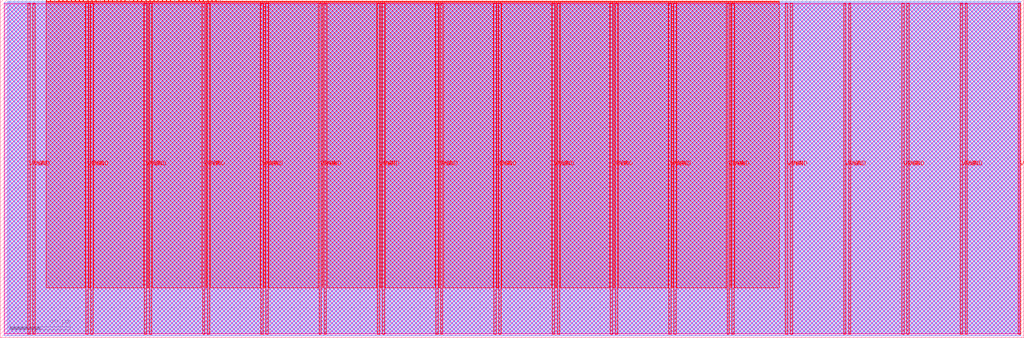
<source format=lef>
VERSION 5.7 ;
  NOWIREEXTENSIONATPIN ON ;
  DIVIDERCHAR "/" ;
  BUSBITCHARS "[]" ;
MACRO tt_um_gregac_tiny_nn
  CLASS BLOCK ;
  FOREIGN tt_um_gregac_tiny_nn ;
  ORIGIN 0.000 0.000 ;
  SIZE 682.640 BY 225.760 ;
  PIN VGND
    DIRECTION INOUT ;
    USE GROUND ;
    PORT
      LAYER met4 ;
        RECT 21.580 2.480 23.180 223.280 ;
    END
    PORT
      LAYER met4 ;
        RECT 60.450 2.480 62.050 223.280 ;
    END
    PORT
      LAYER met4 ;
        RECT 99.320 2.480 100.920 223.280 ;
    END
    PORT
      LAYER met4 ;
        RECT 138.190 2.480 139.790 223.280 ;
    END
    PORT
      LAYER met4 ;
        RECT 177.060 2.480 178.660 223.280 ;
    END
    PORT
      LAYER met4 ;
        RECT 215.930 2.480 217.530 223.280 ;
    END
    PORT
      LAYER met4 ;
        RECT 254.800 2.480 256.400 223.280 ;
    END
    PORT
      LAYER met4 ;
        RECT 293.670 2.480 295.270 223.280 ;
    END
    PORT
      LAYER met4 ;
        RECT 332.540 2.480 334.140 223.280 ;
    END
    PORT
      LAYER met4 ;
        RECT 371.410 2.480 373.010 223.280 ;
    END
    PORT
      LAYER met4 ;
        RECT 410.280 2.480 411.880 223.280 ;
    END
    PORT
      LAYER met4 ;
        RECT 449.150 2.480 450.750 223.280 ;
    END
    PORT
      LAYER met4 ;
        RECT 488.020 2.480 489.620 223.280 ;
    END
    PORT
      LAYER met4 ;
        RECT 526.890 2.480 528.490 223.280 ;
    END
    PORT
      LAYER met4 ;
        RECT 565.760 2.480 567.360 223.280 ;
    END
    PORT
      LAYER met4 ;
        RECT 604.630 2.480 606.230 223.280 ;
    END
    PORT
      LAYER met4 ;
        RECT 643.500 2.480 645.100 223.280 ;
    END
  END VGND
  PIN VPWR
    DIRECTION INOUT ;
    USE POWER ;
    PORT
      LAYER met4 ;
        RECT 18.280 2.480 19.880 223.280 ;
    END
    PORT
      LAYER met4 ;
        RECT 57.150 2.480 58.750 223.280 ;
    END
    PORT
      LAYER met4 ;
        RECT 96.020 2.480 97.620 223.280 ;
    END
    PORT
      LAYER met4 ;
        RECT 134.890 2.480 136.490 223.280 ;
    END
    PORT
      LAYER met4 ;
        RECT 173.760 2.480 175.360 223.280 ;
    END
    PORT
      LAYER met4 ;
        RECT 212.630 2.480 214.230 223.280 ;
    END
    PORT
      LAYER met4 ;
        RECT 251.500 2.480 253.100 223.280 ;
    END
    PORT
      LAYER met4 ;
        RECT 290.370 2.480 291.970 223.280 ;
    END
    PORT
      LAYER met4 ;
        RECT 329.240 2.480 330.840 223.280 ;
    END
    PORT
      LAYER met4 ;
        RECT 368.110 2.480 369.710 223.280 ;
    END
    PORT
      LAYER met4 ;
        RECT 406.980 2.480 408.580 223.280 ;
    END
    PORT
      LAYER met4 ;
        RECT 445.850 2.480 447.450 223.280 ;
    END
    PORT
      LAYER met4 ;
        RECT 484.720 2.480 486.320 223.280 ;
    END
    PORT
      LAYER met4 ;
        RECT 523.590 2.480 525.190 223.280 ;
    END
    PORT
      LAYER met4 ;
        RECT 562.460 2.480 564.060 223.280 ;
    END
    PORT
      LAYER met4 ;
        RECT 601.330 2.480 602.930 223.280 ;
    END
    PORT
      LAYER met4 ;
        RECT 640.200 2.480 641.800 223.280 ;
    END
    PORT
      LAYER met4 ;
        RECT 679.070 2.480 680.670 223.280 ;
    END
  END VPWR
  PIN clk
    DIRECTION INPUT ;
    USE SIGNAL ;
    ANTENNAGATEAREA 0.852000 ;
    PORT
      LAYER met4 ;
        RECT 143.830 224.760 144.130 225.760 ;
    END
  END clk
  PIN ena
    DIRECTION INPUT ;
    USE SIGNAL ;
    PORT
      LAYER met4 ;
        RECT 146.590 224.760 146.890 225.760 ;
    END
  END ena
  PIN rst_n
    DIRECTION INPUT ;
    USE SIGNAL ;
    ANTENNAGATEAREA 0.159000 ;
    PORT
      LAYER met4 ;
        RECT 141.070 224.760 141.370 225.760 ;
    END
  END rst_n
  PIN ui_in[0]
    DIRECTION INPUT ;
    USE SIGNAL ;
    ANTENNAGATEAREA 0.213000 ;
    PORT
      LAYER met4 ;
        RECT 138.310 224.760 138.610 225.760 ;
    END
  END ui_in[0]
  PIN ui_in[1]
    DIRECTION INPUT ;
    USE SIGNAL ;
    ANTENNAGATEAREA 0.213000 ;
    PORT
      LAYER met4 ;
        RECT 135.550 224.760 135.850 225.760 ;
    END
  END ui_in[1]
  PIN ui_in[2]
    DIRECTION INPUT ;
    USE SIGNAL ;
    ANTENNAGATEAREA 0.213000 ;
    PORT
      LAYER met4 ;
        RECT 132.790 224.760 133.090 225.760 ;
    END
  END ui_in[2]
  PIN ui_in[3]
    DIRECTION INPUT ;
    USE SIGNAL ;
    ANTENNAGATEAREA 0.247500 ;
    PORT
      LAYER met4 ;
        RECT 130.030 224.760 130.330 225.760 ;
    END
  END ui_in[3]
  PIN ui_in[4]
    DIRECTION INPUT ;
    USE SIGNAL ;
    ANTENNAGATEAREA 0.196500 ;
    PORT
      LAYER met4 ;
        RECT 127.270 224.760 127.570 225.760 ;
    END
  END ui_in[4]
  PIN ui_in[5]
    DIRECTION INPUT ;
    USE SIGNAL ;
    ANTENNAGATEAREA 0.213000 ;
    PORT
      LAYER met4 ;
        RECT 124.510 224.760 124.810 225.760 ;
    END
  END ui_in[5]
  PIN ui_in[6]
    DIRECTION INPUT ;
    USE SIGNAL ;
    ANTENNAGATEAREA 0.213000 ;
    PORT
      LAYER met4 ;
        RECT 121.750 224.760 122.050 225.760 ;
    END
  END ui_in[6]
  PIN ui_in[7]
    DIRECTION INPUT ;
    USE SIGNAL ;
    ANTENNAGATEAREA 0.213000 ;
    PORT
      LAYER met4 ;
        RECT 118.990 224.760 119.290 225.760 ;
    END
  END ui_in[7]
  PIN uio_in[0]
    DIRECTION INPUT ;
    USE SIGNAL ;
    ANTENNAGATEAREA 0.196500 ;
    PORT
      LAYER met4 ;
        RECT 116.230 224.760 116.530 225.760 ;
    END
  END uio_in[0]
  PIN uio_in[1]
    DIRECTION INPUT ;
    USE SIGNAL ;
    ANTENNAGATEAREA 0.196500 ;
    PORT
      LAYER met4 ;
        RECT 113.470 224.760 113.770 225.760 ;
    END
  END uio_in[1]
  PIN uio_in[2]
    DIRECTION INPUT ;
    USE SIGNAL ;
    ANTENNAGATEAREA 0.196500 ;
    PORT
      LAYER met4 ;
        RECT 110.710 224.760 111.010 225.760 ;
    END
  END uio_in[2]
  PIN uio_in[3]
    DIRECTION INPUT ;
    USE SIGNAL ;
    ANTENNAGATEAREA 0.159000 ;
    PORT
      LAYER met4 ;
        RECT 107.950 224.760 108.250 225.760 ;
    END
  END uio_in[3]
  PIN uio_in[4]
    DIRECTION INPUT ;
    USE SIGNAL ;
    ANTENNAGATEAREA 0.196500 ;
    PORT
      LAYER met4 ;
        RECT 105.190 224.760 105.490 225.760 ;
    END
  END uio_in[4]
  PIN uio_in[5]
    DIRECTION INPUT ;
    USE SIGNAL ;
    ANTENNAGATEAREA 0.213000 ;
    PORT
      LAYER met4 ;
        RECT 102.430 224.760 102.730 225.760 ;
    END
  END uio_in[5]
  PIN uio_in[6]
    DIRECTION INPUT ;
    USE SIGNAL ;
    ANTENNAGATEAREA 0.159000 ;
    PORT
      LAYER met4 ;
        RECT 99.670 224.760 99.970 225.760 ;
    END
  END uio_in[6]
  PIN uio_in[7]
    DIRECTION INPUT ;
    USE SIGNAL ;
    ANTENNAGATEAREA 0.159000 ;
    PORT
      LAYER met4 ;
        RECT 96.910 224.760 97.210 225.760 ;
    END
  END uio_in[7]
  PIN uio_oe[0]
    DIRECTION OUTPUT ;
    USE SIGNAL ;
    PORT
      LAYER met4 ;
        RECT 49.990 224.760 50.290 225.760 ;
    END
  END uio_oe[0]
  PIN uio_oe[1]
    DIRECTION OUTPUT ;
    USE SIGNAL ;
    PORT
      LAYER met4 ;
        RECT 47.230 224.760 47.530 225.760 ;
    END
  END uio_oe[1]
  PIN uio_oe[2]
    DIRECTION OUTPUT ;
    USE SIGNAL ;
    PORT
      LAYER met4 ;
        RECT 44.470 224.760 44.770 225.760 ;
    END
  END uio_oe[2]
  PIN uio_oe[3]
    DIRECTION OUTPUT ;
    USE SIGNAL ;
    PORT
      LAYER met4 ;
        RECT 41.710 224.760 42.010 225.760 ;
    END
  END uio_oe[3]
  PIN uio_oe[4]
    DIRECTION OUTPUT ;
    USE SIGNAL ;
    PORT
      LAYER met4 ;
        RECT 38.950 224.760 39.250 225.760 ;
    END
  END uio_oe[4]
  PIN uio_oe[5]
    DIRECTION OUTPUT ;
    USE SIGNAL ;
    PORT
      LAYER met4 ;
        RECT 36.190 224.760 36.490 225.760 ;
    END
  END uio_oe[5]
  PIN uio_oe[6]
    DIRECTION OUTPUT ;
    USE SIGNAL ;
    PORT
      LAYER met4 ;
        RECT 33.430 224.760 33.730 225.760 ;
    END
  END uio_oe[6]
  PIN uio_oe[7]
    DIRECTION OUTPUT ;
    USE SIGNAL ;
    PORT
      LAYER met4 ;
        RECT 30.670 224.760 30.970 225.760 ;
    END
  END uio_oe[7]
  PIN uio_out[0]
    DIRECTION OUTPUT ;
    USE SIGNAL ;
    PORT
      LAYER met4 ;
        RECT 72.070 224.760 72.370 225.760 ;
    END
  END uio_out[0]
  PIN uio_out[1]
    DIRECTION OUTPUT ;
    USE SIGNAL ;
    PORT
      LAYER met4 ;
        RECT 69.310 224.760 69.610 225.760 ;
    END
  END uio_out[1]
  PIN uio_out[2]
    DIRECTION OUTPUT ;
    USE SIGNAL ;
    PORT
      LAYER met4 ;
        RECT 66.550 224.760 66.850 225.760 ;
    END
  END uio_out[2]
  PIN uio_out[3]
    DIRECTION OUTPUT ;
    USE SIGNAL ;
    PORT
      LAYER met4 ;
        RECT 63.790 224.760 64.090 225.760 ;
    END
  END uio_out[3]
  PIN uio_out[4]
    DIRECTION OUTPUT ;
    USE SIGNAL ;
    PORT
      LAYER met4 ;
        RECT 61.030 224.760 61.330 225.760 ;
    END
  END uio_out[4]
  PIN uio_out[5]
    DIRECTION OUTPUT ;
    USE SIGNAL ;
    PORT
      LAYER met4 ;
        RECT 58.270 224.760 58.570 225.760 ;
    END
  END uio_out[5]
  PIN uio_out[6]
    DIRECTION OUTPUT ;
    USE SIGNAL ;
    PORT
      LAYER met4 ;
        RECT 55.510 224.760 55.810 225.760 ;
    END
  END uio_out[6]
  PIN uio_out[7]
    DIRECTION OUTPUT ;
    USE SIGNAL ;
    PORT
      LAYER met4 ;
        RECT 52.750 224.760 53.050 225.760 ;
    END
  END uio_out[7]
  PIN uo_out[0]
    DIRECTION OUTPUT ;
    USE SIGNAL ;
    ANTENNADIFFAREA 0.891000 ;
    PORT
      LAYER met4 ;
        RECT 94.150 224.760 94.450 225.760 ;
    END
  END uo_out[0]
  PIN uo_out[1]
    DIRECTION OUTPUT ;
    USE SIGNAL ;
    ANTENNADIFFAREA 0.891000 ;
    PORT
      LAYER met4 ;
        RECT 91.390 224.760 91.690 225.760 ;
    END
  END uo_out[1]
  PIN uo_out[2]
    DIRECTION OUTPUT ;
    USE SIGNAL ;
    ANTENNADIFFAREA 0.891000 ;
    PORT
      LAYER met4 ;
        RECT 88.630 224.760 88.930 225.760 ;
    END
  END uo_out[2]
  PIN uo_out[3]
    DIRECTION OUTPUT ;
    USE SIGNAL ;
    ANTENNADIFFAREA 0.891000 ;
    PORT
      LAYER met4 ;
        RECT 85.870 224.760 86.170 225.760 ;
    END
  END uo_out[3]
  PIN uo_out[4]
    DIRECTION OUTPUT ;
    USE SIGNAL ;
    ANTENNADIFFAREA 0.891000 ;
    PORT
      LAYER met4 ;
        RECT 83.110 224.760 83.410 225.760 ;
    END
  END uo_out[4]
  PIN uo_out[5]
    DIRECTION OUTPUT ;
    USE SIGNAL ;
    ANTENNADIFFAREA 0.924000 ;
    PORT
      LAYER met4 ;
        RECT 80.350 224.760 80.650 225.760 ;
    END
  END uo_out[5]
  PIN uo_out[6]
    DIRECTION OUTPUT ;
    USE SIGNAL ;
    ANTENNADIFFAREA 0.891000 ;
    PORT
      LAYER met4 ;
        RECT 77.590 224.760 77.890 225.760 ;
    END
  END uo_out[6]
  PIN uo_out[7]
    DIRECTION OUTPUT ;
    USE SIGNAL ;
    ANTENNADIFFAREA 0.924000 ;
    PORT
      LAYER met4 ;
        RECT 74.830 224.760 75.130 225.760 ;
    END
  END uo_out[7]
  OBS
      LAYER nwell ;
        RECT 2.570 2.635 680.070 223.230 ;
      LAYER li1 ;
        RECT 2.760 2.635 679.880 223.125 ;
      LAYER met1 ;
        RECT 2.760 1.400 680.670 223.680 ;
      LAYER met2 ;
        RECT 5.160 1.370 680.640 224.925 ;
      LAYER met3 ;
        RECT 6.045 2.555 680.660 224.905 ;
      LAYER met4 ;
        RECT 31.370 224.360 33.030 224.905 ;
        RECT 34.130 224.360 35.790 224.905 ;
        RECT 36.890 224.360 38.550 224.905 ;
        RECT 39.650 224.360 41.310 224.905 ;
        RECT 42.410 224.360 44.070 224.905 ;
        RECT 45.170 224.360 46.830 224.905 ;
        RECT 47.930 224.360 49.590 224.905 ;
        RECT 50.690 224.360 52.350 224.905 ;
        RECT 53.450 224.360 55.110 224.905 ;
        RECT 56.210 224.360 57.870 224.905 ;
        RECT 58.970 224.360 60.630 224.905 ;
        RECT 61.730 224.360 63.390 224.905 ;
        RECT 64.490 224.360 66.150 224.905 ;
        RECT 67.250 224.360 68.910 224.905 ;
        RECT 70.010 224.360 71.670 224.905 ;
        RECT 72.770 224.360 74.430 224.905 ;
        RECT 75.530 224.360 77.190 224.905 ;
        RECT 78.290 224.360 79.950 224.905 ;
        RECT 81.050 224.360 82.710 224.905 ;
        RECT 83.810 224.360 85.470 224.905 ;
        RECT 86.570 224.360 88.230 224.905 ;
        RECT 89.330 224.360 90.990 224.905 ;
        RECT 92.090 224.360 93.750 224.905 ;
        RECT 94.850 224.360 96.510 224.905 ;
        RECT 97.610 224.360 99.270 224.905 ;
        RECT 100.370 224.360 102.030 224.905 ;
        RECT 103.130 224.360 104.790 224.905 ;
        RECT 105.890 224.360 107.550 224.905 ;
        RECT 108.650 224.360 110.310 224.905 ;
        RECT 111.410 224.360 113.070 224.905 ;
        RECT 114.170 224.360 115.830 224.905 ;
        RECT 116.930 224.360 118.590 224.905 ;
        RECT 119.690 224.360 121.350 224.905 ;
        RECT 122.450 224.360 124.110 224.905 ;
        RECT 125.210 224.360 126.870 224.905 ;
        RECT 127.970 224.360 129.630 224.905 ;
        RECT 130.730 224.360 132.390 224.905 ;
        RECT 133.490 224.360 135.150 224.905 ;
        RECT 136.250 224.360 137.910 224.905 ;
        RECT 139.010 224.360 140.670 224.905 ;
        RECT 141.770 224.360 143.430 224.905 ;
        RECT 144.530 224.360 146.190 224.905 ;
        RECT 147.290 224.360 519.505 224.905 ;
        RECT 30.655 223.680 519.505 224.360 ;
        RECT 30.655 33.495 56.750 223.680 ;
        RECT 59.150 33.495 60.050 223.680 ;
        RECT 62.450 33.495 95.620 223.680 ;
        RECT 98.020 33.495 98.920 223.680 ;
        RECT 101.320 33.495 134.490 223.680 ;
        RECT 136.890 33.495 137.790 223.680 ;
        RECT 140.190 33.495 173.360 223.680 ;
        RECT 175.760 33.495 176.660 223.680 ;
        RECT 179.060 33.495 212.230 223.680 ;
        RECT 214.630 33.495 215.530 223.680 ;
        RECT 217.930 33.495 251.100 223.680 ;
        RECT 253.500 33.495 254.400 223.680 ;
        RECT 256.800 33.495 289.970 223.680 ;
        RECT 292.370 33.495 293.270 223.680 ;
        RECT 295.670 33.495 328.840 223.680 ;
        RECT 331.240 33.495 332.140 223.680 ;
        RECT 334.540 33.495 367.710 223.680 ;
        RECT 370.110 33.495 371.010 223.680 ;
        RECT 373.410 33.495 406.580 223.680 ;
        RECT 408.980 33.495 409.880 223.680 ;
        RECT 412.280 33.495 445.450 223.680 ;
        RECT 447.850 33.495 448.750 223.680 ;
        RECT 451.150 33.495 484.320 223.680 ;
        RECT 486.720 33.495 487.620 223.680 ;
        RECT 490.020 33.495 519.505 223.680 ;
  END
END tt_um_gregac_tiny_nn
END LIBRARY


</source>
